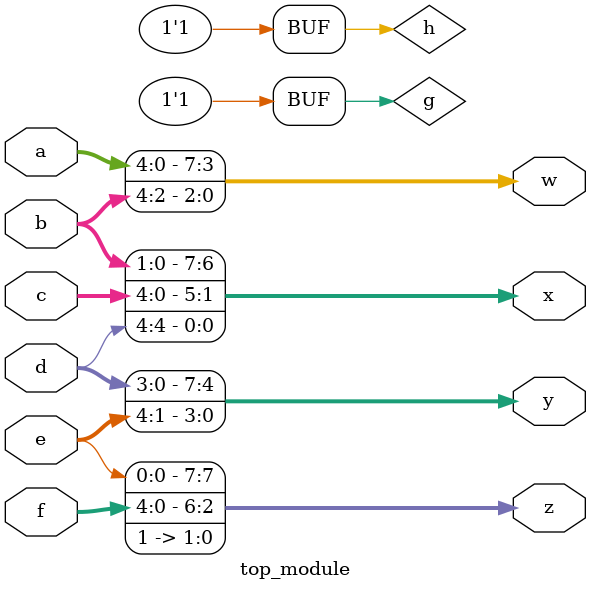
<source format=v>
module top_module (
    input [4:0] a, b, c, d, e, f,
    output [7:0] w, x, y, z );//
    supply1 g,h;

    // assign { ... } = { ... };
    assign {w,x,y,z}={a,b,c,d,e,f,g,h};

endmodule

</source>
